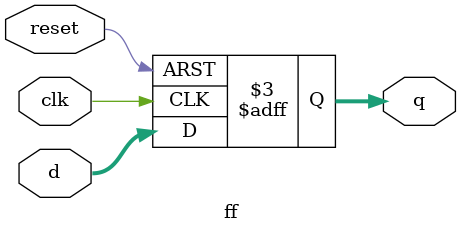
<source format=v>
module ff(
    input clk, reset,
    input [31:0] d,
    output reg [31:0] q
);
    
    always @(posedge clk or posedge reset ) begin
        if (reset == 1)
            q <= 0;
        else
            q <= d;
        
    end
endmodule
	 
</source>
